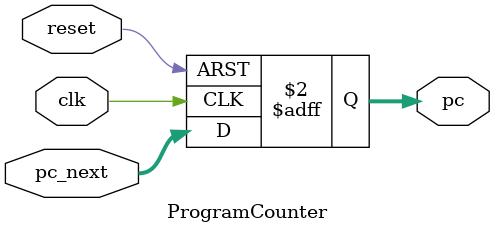
<source format=v>
`ifndef PC_V
`define PC_V

module ProgramCounter(
    input wire clk,
    input wire reset,
    input wire [15:0] pc_next,
    output reg [15:0] pc
);
always@(posedge clk or posedge reset) begin
   if(reset) pc <= 15'd0;
   else pc <= pc_next;
end
endmodule

`endif
</source>
